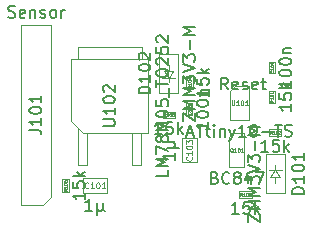
<source format=gbr>
%TF.GenerationSoftware,KiCad,Pcbnew,6.0.11+dfsg-1~bpo11+1*%
%TF.CreationDate,2023-05-06T05:54:02+00:00*%
%TF.ProjectId,huibike,68756962-696b-4652-9e6b-696361645f70,rev?*%
%TF.SameCoordinates,Original*%
%TF.FileFunction,AssemblyDrawing,Top*%
%FSLAX46Y46*%
G04 Gerber Fmt 4.6, Leading zero omitted, Abs format (unit mm)*
G04 Created by KiCad (PCBNEW 6.0.11+dfsg-1~bpo11+1) date 2023-05-06 05:54:02*
%MOMM*%
%LPD*%
G01*
G04 APERTURE LIST*
%ADD10C,0.150000*%
%ADD11C,0.040000*%
%ADD12C,0.050000*%
%ADD13C,0.080000*%
%ADD14C,0.060000*%
%ADD15C,0.100000*%
G04 APERTURE END LIST*
D10*
%TO.C,C104*%
X105612380Y-55119047D02*
X105612380Y-55690476D01*
X105612380Y-55404761D02*
X104612380Y-55404761D01*
X104755238Y-55500000D01*
X104850476Y-55595238D01*
X104898095Y-55690476D01*
X104612380Y-54500000D02*
X104612380Y-54404761D01*
X104660000Y-54309523D01*
X104707619Y-54261904D01*
X104802857Y-54214285D01*
X104993333Y-54166666D01*
X105231428Y-54166666D01*
X105421904Y-54214285D01*
X105517142Y-54261904D01*
X105564761Y-54309523D01*
X105612380Y-54404761D01*
X105612380Y-54500000D01*
X105564761Y-54595238D01*
X105517142Y-54642857D01*
X105421904Y-54690476D01*
X105231428Y-54738095D01*
X104993333Y-54738095D01*
X104802857Y-54690476D01*
X104707619Y-54642857D01*
X104660000Y-54595238D01*
X104612380Y-54500000D01*
X104612380Y-53547619D02*
X104612380Y-53452380D01*
X104660000Y-53357142D01*
X104707619Y-53309523D01*
X104802857Y-53261904D01*
X104993333Y-53214285D01*
X105231428Y-53214285D01*
X105421904Y-53261904D01*
X105517142Y-53309523D01*
X105564761Y-53357142D01*
X105612380Y-53452380D01*
X105612380Y-53547619D01*
X105564761Y-53642857D01*
X105517142Y-53690476D01*
X105421904Y-53738095D01*
X105231428Y-53785714D01*
X104993333Y-53785714D01*
X104802857Y-53738095D01*
X104707619Y-53690476D01*
X104660000Y-53642857D01*
X104612380Y-53547619D01*
X104945714Y-52785714D02*
X105612380Y-52785714D01*
X105040952Y-52785714D02*
X104993333Y-52738095D01*
X104945714Y-52642857D01*
X104945714Y-52500000D01*
X104993333Y-52404761D01*
X105088571Y-52357142D01*
X105612380Y-52357142D01*
D11*
X104089285Y-54279761D02*
X104101190Y-54291666D01*
X104113095Y-54327380D01*
X104113095Y-54351190D01*
X104101190Y-54386904D01*
X104077380Y-54410714D01*
X104053571Y-54422619D01*
X104005952Y-54434523D01*
X103970238Y-54434523D01*
X103922619Y-54422619D01*
X103898809Y-54410714D01*
X103875000Y-54386904D01*
X103863095Y-54351190D01*
X103863095Y-54327380D01*
X103875000Y-54291666D01*
X103886904Y-54279761D01*
X104113095Y-54041666D02*
X104113095Y-54184523D01*
X104113095Y-54113095D02*
X103863095Y-54113095D01*
X103898809Y-54136904D01*
X103922619Y-54160714D01*
X103934523Y-54184523D01*
X103863095Y-53886904D02*
X103863095Y-53863095D01*
X103875000Y-53839285D01*
X103886904Y-53827380D01*
X103910714Y-53815476D01*
X103958333Y-53803571D01*
X104017857Y-53803571D01*
X104065476Y-53815476D01*
X104089285Y-53827380D01*
X104101190Y-53839285D01*
X104113095Y-53863095D01*
X104113095Y-53886904D01*
X104101190Y-53910714D01*
X104089285Y-53922619D01*
X104065476Y-53934523D01*
X104017857Y-53946428D01*
X103958333Y-53946428D01*
X103910714Y-53934523D01*
X103886904Y-53922619D01*
X103875000Y-53910714D01*
X103863095Y-53886904D01*
X103946428Y-53589285D02*
X104113095Y-53589285D01*
X103851190Y-53648809D02*
X104029761Y-53708333D01*
X104029761Y-53553571D01*
D10*
%TO.C,Q101*%
X99142857Y-63328571D02*
X99285714Y-63376190D01*
X99333333Y-63423809D01*
X99380952Y-63519047D01*
X99380952Y-63661904D01*
X99333333Y-63757142D01*
X99285714Y-63804761D01*
X99190476Y-63852380D01*
X98809523Y-63852380D01*
X98809523Y-62852380D01*
X99142857Y-62852380D01*
X99238095Y-62900000D01*
X99285714Y-62947619D01*
X99333333Y-63042857D01*
X99333333Y-63138095D01*
X99285714Y-63233333D01*
X99238095Y-63280952D01*
X99142857Y-63328571D01*
X98809523Y-63328571D01*
X100380952Y-63757142D02*
X100333333Y-63804761D01*
X100190476Y-63852380D01*
X100095238Y-63852380D01*
X99952380Y-63804761D01*
X99857142Y-63709523D01*
X99809523Y-63614285D01*
X99761904Y-63423809D01*
X99761904Y-63280952D01*
X99809523Y-63090476D01*
X99857142Y-62995238D01*
X99952380Y-62900000D01*
X100095238Y-62852380D01*
X100190476Y-62852380D01*
X100333333Y-62900000D01*
X100380952Y-62947619D01*
X100952380Y-63280952D02*
X100857142Y-63233333D01*
X100809523Y-63185714D01*
X100761904Y-63090476D01*
X100761904Y-63042857D01*
X100809523Y-62947619D01*
X100857142Y-62900000D01*
X100952380Y-62852380D01*
X101142857Y-62852380D01*
X101238095Y-62900000D01*
X101285714Y-62947619D01*
X101333333Y-63042857D01*
X101333333Y-63090476D01*
X101285714Y-63185714D01*
X101238095Y-63233333D01*
X101142857Y-63280952D01*
X100952380Y-63280952D01*
X100857142Y-63328571D01*
X100809523Y-63376190D01*
X100761904Y-63471428D01*
X100761904Y-63661904D01*
X100809523Y-63757142D01*
X100857142Y-63804761D01*
X100952380Y-63852380D01*
X101142857Y-63852380D01*
X101238095Y-63804761D01*
X101285714Y-63757142D01*
X101333333Y-63661904D01*
X101333333Y-63471428D01*
X101285714Y-63376190D01*
X101238095Y-63328571D01*
X101142857Y-63280952D01*
X102190476Y-63185714D02*
X102190476Y-63852380D01*
X101952380Y-62804761D02*
X101714285Y-63519047D01*
X102333333Y-63519047D01*
X102619047Y-62852380D02*
X103285714Y-62852380D01*
X102857142Y-63852380D01*
D12*
X100664761Y-61175238D02*
X100634285Y-61160000D01*
X100603809Y-61129523D01*
X100558095Y-61083809D01*
X100527619Y-61068571D01*
X100497142Y-61068571D01*
X100512380Y-61144761D02*
X100481904Y-61129523D01*
X100451428Y-61099047D01*
X100436190Y-61038095D01*
X100436190Y-60931428D01*
X100451428Y-60870476D01*
X100481904Y-60840000D01*
X100512380Y-60824761D01*
X100573333Y-60824761D01*
X100603809Y-60840000D01*
X100634285Y-60870476D01*
X100649523Y-60931428D01*
X100649523Y-61038095D01*
X100634285Y-61099047D01*
X100603809Y-61129523D01*
X100573333Y-61144761D01*
X100512380Y-61144761D01*
X100954285Y-61144761D02*
X100771428Y-61144761D01*
X100862857Y-61144761D02*
X100862857Y-60824761D01*
X100832380Y-60870476D01*
X100801904Y-60900952D01*
X100771428Y-60916190D01*
X101152380Y-60824761D02*
X101182857Y-60824761D01*
X101213333Y-60840000D01*
X101228571Y-60855238D01*
X101243809Y-60885714D01*
X101259047Y-60946666D01*
X101259047Y-61022857D01*
X101243809Y-61083809D01*
X101228571Y-61114285D01*
X101213333Y-61129523D01*
X101182857Y-61144761D01*
X101152380Y-61144761D01*
X101121904Y-61129523D01*
X101106666Y-61114285D01*
X101091428Y-61083809D01*
X101076190Y-61022857D01*
X101076190Y-60946666D01*
X101091428Y-60885714D01*
X101106666Y-60855238D01*
X101121904Y-60840000D01*
X101152380Y-60824761D01*
X101563809Y-61144761D02*
X101380952Y-61144761D01*
X101472380Y-61144761D02*
X101472380Y-60824761D01*
X101441904Y-60870476D01*
X101411428Y-60900952D01*
X101380952Y-60916190D01*
D10*
%TO.C,JP101*%
X100261904Y-55852380D02*
X99928571Y-55376190D01*
X99690476Y-55852380D02*
X99690476Y-54852380D01*
X100071428Y-54852380D01*
X100166666Y-54900000D01*
X100214285Y-54947619D01*
X100261904Y-55042857D01*
X100261904Y-55185714D01*
X100214285Y-55280952D01*
X100166666Y-55328571D01*
X100071428Y-55376190D01*
X99690476Y-55376190D01*
X101071428Y-55804761D02*
X100976190Y-55852380D01*
X100785714Y-55852380D01*
X100690476Y-55804761D01*
X100642857Y-55709523D01*
X100642857Y-55328571D01*
X100690476Y-55233333D01*
X100785714Y-55185714D01*
X100976190Y-55185714D01*
X101071428Y-55233333D01*
X101119047Y-55328571D01*
X101119047Y-55423809D01*
X100642857Y-55519047D01*
X101500000Y-55804761D02*
X101595238Y-55852380D01*
X101785714Y-55852380D01*
X101880952Y-55804761D01*
X101928571Y-55709523D01*
X101928571Y-55661904D01*
X101880952Y-55566666D01*
X101785714Y-55519047D01*
X101642857Y-55519047D01*
X101547619Y-55471428D01*
X101500000Y-55376190D01*
X101500000Y-55328571D01*
X101547619Y-55233333D01*
X101642857Y-55185714D01*
X101785714Y-55185714D01*
X101880952Y-55233333D01*
X102738095Y-55804761D02*
X102642857Y-55852380D01*
X102452380Y-55852380D01*
X102357142Y-55804761D01*
X102309523Y-55709523D01*
X102309523Y-55328571D01*
X102357142Y-55233333D01*
X102452380Y-55185714D01*
X102642857Y-55185714D01*
X102738095Y-55233333D01*
X102785714Y-55328571D01*
X102785714Y-55423809D01*
X102309523Y-55519047D01*
X103071428Y-55185714D02*
X103452380Y-55185714D01*
X103214285Y-54852380D02*
X103214285Y-55709523D01*
X103261904Y-55804761D01*
X103357142Y-55852380D01*
X103452380Y-55852380D01*
%TO.C,C101*%
X88761904Y-66132380D02*
X88190476Y-66132380D01*
X88476190Y-66132380D02*
X88476190Y-65132380D01*
X88380952Y-65275238D01*
X88285714Y-65370476D01*
X88190476Y-65418095D01*
X89190476Y-65465714D02*
X89190476Y-66465714D01*
X89666666Y-65989523D02*
X89714285Y-66084761D01*
X89809523Y-66132380D01*
X89190476Y-65989523D02*
X89238095Y-66084761D01*
X89333333Y-66132380D01*
X89523809Y-66132380D01*
X89619047Y-66084761D01*
X89666666Y-65989523D01*
X89666666Y-65465714D01*
D13*
X88440476Y-64178571D02*
X88416666Y-64202380D01*
X88345238Y-64226190D01*
X88297619Y-64226190D01*
X88226190Y-64202380D01*
X88178571Y-64154761D01*
X88154761Y-64107142D01*
X88130952Y-64011904D01*
X88130952Y-63940476D01*
X88154761Y-63845238D01*
X88178571Y-63797619D01*
X88226190Y-63750000D01*
X88297619Y-63726190D01*
X88345238Y-63726190D01*
X88416666Y-63750000D01*
X88440476Y-63773809D01*
X88916666Y-64226190D02*
X88630952Y-64226190D01*
X88773809Y-64226190D02*
X88773809Y-63726190D01*
X88726190Y-63797619D01*
X88678571Y-63845238D01*
X88630952Y-63869047D01*
X89226190Y-63726190D02*
X89273809Y-63726190D01*
X89321428Y-63750000D01*
X89345238Y-63773809D01*
X89369047Y-63821428D01*
X89392857Y-63916666D01*
X89392857Y-64035714D01*
X89369047Y-64130952D01*
X89345238Y-64178571D01*
X89321428Y-64202380D01*
X89273809Y-64226190D01*
X89226190Y-64226190D01*
X89178571Y-64202380D01*
X89154761Y-64178571D01*
X89130952Y-64130952D01*
X89107142Y-64035714D01*
X89107142Y-63916666D01*
X89130952Y-63821428D01*
X89154761Y-63773809D01*
X89178571Y-63750000D01*
X89226190Y-63726190D01*
X89869047Y-64226190D02*
X89583333Y-64226190D01*
X89726190Y-64226190D02*
X89726190Y-63726190D01*
X89678571Y-63797619D01*
X89630952Y-63845238D01*
X89583333Y-63869047D01*
D10*
%TO.C,R105*%
X94654761Y-59622380D02*
X94083333Y-59622380D01*
X94369047Y-59622380D02*
X94369047Y-58622380D01*
X94273809Y-58765238D01*
X94178571Y-58860476D01*
X94083333Y-58908095D01*
X95559523Y-58622380D02*
X95083333Y-58622380D01*
X95035714Y-59098571D01*
X95083333Y-59050952D01*
X95178571Y-59003333D01*
X95416666Y-59003333D01*
X95511904Y-59050952D01*
X95559523Y-59098571D01*
X95607142Y-59193809D01*
X95607142Y-59431904D01*
X95559523Y-59527142D01*
X95511904Y-59574761D01*
X95416666Y-59622380D01*
X95178571Y-59622380D01*
X95083333Y-59574761D01*
X95035714Y-59527142D01*
X96035714Y-59622380D02*
X96035714Y-58622380D01*
X96130952Y-59241428D02*
X96416666Y-59622380D01*
X96416666Y-58955714D02*
X96035714Y-59336666D01*
D11*
X94959047Y-58117619D02*
X94872380Y-57993809D01*
X94810476Y-58117619D02*
X94810476Y-57857619D01*
X94909523Y-57857619D01*
X94934285Y-57870000D01*
X94946666Y-57882380D01*
X94959047Y-57907142D01*
X94959047Y-57944285D01*
X94946666Y-57969047D01*
X94934285Y-57981428D01*
X94909523Y-57993809D01*
X94810476Y-57993809D01*
X95206666Y-58117619D02*
X95058095Y-58117619D01*
X95132380Y-58117619D02*
X95132380Y-57857619D01*
X95107619Y-57894761D01*
X95082857Y-57919523D01*
X95058095Y-57931904D01*
X95367619Y-57857619D02*
X95392380Y-57857619D01*
X95417142Y-57870000D01*
X95429523Y-57882380D01*
X95441904Y-57907142D01*
X95454285Y-57956666D01*
X95454285Y-58018571D01*
X95441904Y-58068095D01*
X95429523Y-58092857D01*
X95417142Y-58105238D01*
X95392380Y-58117619D01*
X95367619Y-58117619D01*
X95342857Y-58105238D01*
X95330476Y-58092857D01*
X95318095Y-58068095D01*
X95305714Y-58018571D01*
X95305714Y-57956666D01*
X95318095Y-57907142D01*
X95330476Y-57882380D01*
X95342857Y-57870000D01*
X95367619Y-57857619D01*
X95689523Y-57857619D02*
X95565714Y-57857619D01*
X95553333Y-57981428D01*
X95565714Y-57969047D01*
X95590476Y-57956666D01*
X95652380Y-57956666D01*
X95677142Y-57969047D01*
X95689523Y-57981428D01*
X95701904Y-58006190D01*
X95701904Y-58068095D01*
X95689523Y-58092857D01*
X95677142Y-58105238D01*
X95652380Y-58117619D01*
X95590476Y-58117619D01*
X95565714Y-58105238D01*
X95553333Y-58092857D01*
D10*
%TO.C,J101*%
X81666666Y-49724761D02*
X81809523Y-49772380D01*
X82047619Y-49772380D01*
X82142857Y-49724761D01*
X82190476Y-49677142D01*
X82238095Y-49581904D01*
X82238095Y-49486666D01*
X82190476Y-49391428D01*
X82142857Y-49343809D01*
X82047619Y-49296190D01*
X81857142Y-49248571D01*
X81761904Y-49200952D01*
X81714285Y-49153333D01*
X81666666Y-49058095D01*
X81666666Y-48962857D01*
X81714285Y-48867619D01*
X81761904Y-48820000D01*
X81857142Y-48772380D01*
X82095238Y-48772380D01*
X82238095Y-48820000D01*
X83047619Y-49724761D02*
X82952380Y-49772380D01*
X82761904Y-49772380D01*
X82666666Y-49724761D01*
X82619047Y-49629523D01*
X82619047Y-49248571D01*
X82666666Y-49153333D01*
X82761904Y-49105714D01*
X82952380Y-49105714D01*
X83047619Y-49153333D01*
X83095238Y-49248571D01*
X83095238Y-49343809D01*
X82619047Y-49439047D01*
X83523809Y-49105714D02*
X83523809Y-49772380D01*
X83523809Y-49200952D02*
X83571428Y-49153333D01*
X83666666Y-49105714D01*
X83809523Y-49105714D01*
X83904761Y-49153333D01*
X83952380Y-49248571D01*
X83952380Y-49772380D01*
X84380952Y-49724761D02*
X84476190Y-49772380D01*
X84666666Y-49772380D01*
X84761904Y-49724761D01*
X84809523Y-49629523D01*
X84809523Y-49581904D01*
X84761904Y-49486666D01*
X84666666Y-49439047D01*
X84523809Y-49439047D01*
X84428571Y-49391428D01*
X84380952Y-49296190D01*
X84380952Y-49248571D01*
X84428571Y-49153333D01*
X84523809Y-49105714D01*
X84666666Y-49105714D01*
X84761904Y-49153333D01*
X85380952Y-49772380D02*
X85285714Y-49724761D01*
X85238095Y-49677142D01*
X85190476Y-49581904D01*
X85190476Y-49296190D01*
X85238095Y-49200952D01*
X85285714Y-49153333D01*
X85380952Y-49105714D01*
X85523809Y-49105714D01*
X85619047Y-49153333D01*
X85666666Y-49200952D01*
X85714285Y-49296190D01*
X85714285Y-49581904D01*
X85666666Y-49677142D01*
X85619047Y-49724761D01*
X85523809Y-49772380D01*
X85380952Y-49772380D01*
X86142857Y-49772380D02*
X86142857Y-49105714D01*
X86142857Y-49296190D02*
X86190476Y-49200952D01*
X86238095Y-49153333D01*
X86333333Y-49105714D01*
X86428571Y-49105714D01*
X83452380Y-59285714D02*
X84166666Y-59285714D01*
X84309523Y-59333333D01*
X84404761Y-59428571D01*
X84452380Y-59571428D01*
X84452380Y-59666666D01*
X84452380Y-58285714D02*
X84452380Y-58857142D01*
X84452380Y-58571428D02*
X83452380Y-58571428D01*
X83595238Y-58666666D01*
X83690476Y-58761904D01*
X83738095Y-58857142D01*
X83452380Y-57666666D02*
X83452380Y-57571428D01*
X83500000Y-57476190D01*
X83547619Y-57428571D01*
X83642857Y-57380952D01*
X83833333Y-57333333D01*
X84071428Y-57333333D01*
X84261904Y-57380952D01*
X84357142Y-57428571D01*
X84404761Y-57476190D01*
X84452380Y-57571428D01*
X84452380Y-57666666D01*
X84404761Y-57761904D01*
X84357142Y-57809523D01*
X84261904Y-57857142D01*
X84071428Y-57904761D01*
X83833333Y-57904761D01*
X83642857Y-57857142D01*
X83547619Y-57809523D01*
X83500000Y-57761904D01*
X83452380Y-57666666D01*
X84452380Y-56380952D02*
X84452380Y-56952380D01*
X84452380Y-56666666D02*
X83452380Y-56666666D01*
X83595238Y-56761904D01*
X83690476Y-56857142D01*
X83738095Y-56952380D01*
%TO.C,R101*%
X105622380Y-57085238D02*
X105622380Y-57656666D01*
X105622380Y-57370952D02*
X104622380Y-57370952D01*
X104765238Y-57466190D01*
X104860476Y-57561428D01*
X104908095Y-57656666D01*
X104622380Y-56180476D02*
X104622380Y-56656666D01*
X105098571Y-56704285D01*
X105050952Y-56656666D01*
X105003333Y-56561428D01*
X105003333Y-56323333D01*
X105050952Y-56228095D01*
X105098571Y-56180476D01*
X105193809Y-56132857D01*
X105431904Y-56132857D01*
X105527142Y-56180476D01*
X105574761Y-56228095D01*
X105622380Y-56323333D01*
X105622380Y-56561428D01*
X105574761Y-56656666D01*
X105527142Y-56704285D01*
X105622380Y-55704285D02*
X104622380Y-55704285D01*
X105241428Y-55609047D02*
X105622380Y-55323333D01*
X104955714Y-55323333D02*
X105336666Y-55704285D01*
D11*
X104117619Y-56780952D02*
X103993809Y-56867619D01*
X104117619Y-56929523D02*
X103857619Y-56929523D01*
X103857619Y-56830476D01*
X103870000Y-56805714D01*
X103882380Y-56793333D01*
X103907142Y-56780952D01*
X103944285Y-56780952D01*
X103969047Y-56793333D01*
X103981428Y-56805714D01*
X103993809Y-56830476D01*
X103993809Y-56929523D01*
X104117619Y-56533333D02*
X104117619Y-56681904D01*
X104117619Y-56607619D02*
X103857619Y-56607619D01*
X103894761Y-56632380D01*
X103919523Y-56657142D01*
X103931904Y-56681904D01*
X103857619Y-56372380D02*
X103857619Y-56347619D01*
X103870000Y-56322857D01*
X103882380Y-56310476D01*
X103907142Y-56298095D01*
X103956666Y-56285714D01*
X104018571Y-56285714D01*
X104068095Y-56298095D01*
X104092857Y-56310476D01*
X104105238Y-56322857D01*
X104117619Y-56347619D01*
X104117619Y-56372380D01*
X104105238Y-56397142D01*
X104092857Y-56409523D01*
X104068095Y-56421904D01*
X104018571Y-56434285D01*
X103956666Y-56434285D01*
X103907142Y-56421904D01*
X103882380Y-56409523D01*
X103870000Y-56397142D01*
X103857619Y-56372380D01*
X104117619Y-56038095D02*
X104117619Y-56186666D01*
X104117619Y-56112380D02*
X103857619Y-56112380D01*
X103894761Y-56137142D01*
X103919523Y-56161904D01*
X103931904Y-56186666D01*
D10*
%TO.C,R102*%
X103654761Y-61122380D02*
X103083333Y-61122380D01*
X103369047Y-61122380D02*
X103369047Y-60122380D01*
X103273809Y-60265238D01*
X103178571Y-60360476D01*
X103083333Y-60408095D01*
X104559523Y-60122380D02*
X104083333Y-60122380D01*
X104035714Y-60598571D01*
X104083333Y-60550952D01*
X104178571Y-60503333D01*
X104416666Y-60503333D01*
X104511904Y-60550952D01*
X104559523Y-60598571D01*
X104607142Y-60693809D01*
X104607142Y-60931904D01*
X104559523Y-61027142D01*
X104511904Y-61074761D01*
X104416666Y-61122380D01*
X104178571Y-61122380D01*
X104083333Y-61074761D01*
X104035714Y-61027142D01*
X105035714Y-61122380D02*
X105035714Y-60122380D01*
X105130952Y-60741428D02*
X105416666Y-61122380D01*
X105416666Y-60455714D02*
X105035714Y-60836666D01*
D11*
X103959047Y-59617619D02*
X103872380Y-59493809D01*
X103810476Y-59617619D02*
X103810476Y-59357619D01*
X103909523Y-59357619D01*
X103934285Y-59370000D01*
X103946666Y-59382380D01*
X103959047Y-59407142D01*
X103959047Y-59444285D01*
X103946666Y-59469047D01*
X103934285Y-59481428D01*
X103909523Y-59493809D01*
X103810476Y-59493809D01*
X104206666Y-59617619D02*
X104058095Y-59617619D01*
X104132380Y-59617619D02*
X104132380Y-59357619D01*
X104107619Y-59394761D01*
X104082857Y-59419523D01*
X104058095Y-59431904D01*
X104367619Y-59357619D02*
X104392380Y-59357619D01*
X104417142Y-59370000D01*
X104429523Y-59382380D01*
X104441904Y-59407142D01*
X104454285Y-59456666D01*
X104454285Y-59518571D01*
X104441904Y-59568095D01*
X104429523Y-59592857D01*
X104417142Y-59605238D01*
X104392380Y-59617619D01*
X104367619Y-59617619D01*
X104342857Y-59605238D01*
X104330476Y-59592857D01*
X104318095Y-59568095D01*
X104305714Y-59518571D01*
X104305714Y-59456666D01*
X104318095Y-59407142D01*
X104330476Y-59382380D01*
X104342857Y-59370000D01*
X104367619Y-59357619D01*
X104553333Y-59382380D02*
X104565714Y-59370000D01*
X104590476Y-59357619D01*
X104652380Y-59357619D01*
X104677142Y-59370000D01*
X104689523Y-59382380D01*
X104701904Y-59407142D01*
X104701904Y-59431904D01*
X104689523Y-59469047D01*
X104540952Y-59617619D01*
X104701904Y-59617619D01*
D10*
%TO.C,D101*%
X101952380Y-67047619D02*
X101952380Y-66380952D01*
X102952380Y-67047619D01*
X102952380Y-66380952D01*
X102952380Y-66000000D02*
X101952380Y-66000000D01*
X102666666Y-65666666D01*
X101952380Y-65333333D01*
X102952380Y-65333333D01*
X102952380Y-64857142D02*
X101952380Y-64857142D01*
X102666666Y-64523809D01*
X101952380Y-64190476D01*
X102952380Y-64190476D01*
X101952380Y-63809523D02*
X101952380Y-63190476D01*
X102333333Y-63523809D01*
X102333333Y-63380952D01*
X102380952Y-63285714D01*
X102428571Y-63238095D01*
X102523809Y-63190476D01*
X102761904Y-63190476D01*
X102857142Y-63238095D01*
X102904761Y-63285714D01*
X102952380Y-63380952D01*
X102952380Y-63666666D01*
X102904761Y-63761904D01*
X102857142Y-63809523D01*
X101952380Y-62904761D02*
X102952380Y-62571428D01*
X101952380Y-62238095D01*
X101952380Y-62000000D02*
X101952380Y-61380952D01*
X102333333Y-61714285D01*
X102333333Y-61571428D01*
X102380952Y-61476190D01*
X102428571Y-61428571D01*
X102523809Y-61380952D01*
X102761904Y-61380952D01*
X102857142Y-61428571D01*
X102904761Y-61476190D01*
X102952380Y-61571428D01*
X102952380Y-61857142D01*
X102904761Y-61952380D01*
X102857142Y-62000000D01*
X102571428Y-60952380D02*
X102571428Y-60190476D01*
X102952380Y-59714285D02*
X101952380Y-59714285D01*
X102666666Y-59380952D01*
X101952380Y-59047619D01*
X102952380Y-59047619D01*
X106702380Y-64690476D02*
X105702380Y-64690476D01*
X105702380Y-64452380D01*
X105750000Y-64309523D01*
X105845238Y-64214285D01*
X105940476Y-64166666D01*
X106130952Y-64119047D01*
X106273809Y-64119047D01*
X106464285Y-64166666D01*
X106559523Y-64214285D01*
X106654761Y-64309523D01*
X106702380Y-64452380D01*
X106702380Y-64690476D01*
X106702380Y-63166666D02*
X106702380Y-63738095D01*
X106702380Y-63452380D02*
X105702380Y-63452380D01*
X105845238Y-63547619D01*
X105940476Y-63642857D01*
X105988095Y-63738095D01*
X105702380Y-62547619D02*
X105702380Y-62452380D01*
X105750000Y-62357142D01*
X105797619Y-62309523D01*
X105892857Y-62261904D01*
X106083333Y-62214285D01*
X106321428Y-62214285D01*
X106511904Y-62261904D01*
X106607142Y-62309523D01*
X106654761Y-62357142D01*
X106702380Y-62452380D01*
X106702380Y-62547619D01*
X106654761Y-62642857D01*
X106607142Y-62690476D01*
X106511904Y-62738095D01*
X106321428Y-62785714D01*
X106083333Y-62785714D01*
X105892857Y-62738095D01*
X105797619Y-62690476D01*
X105750000Y-62642857D01*
X105702380Y-62547619D01*
X106702380Y-61261904D02*
X106702380Y-61833333D01*
X106702380Y-61547619D02*
X105702380Y-61547619D01*
X105845238Y-61642857D01*
X105940476Y-61738095D01*
X105988095Y-61833333D01*
%TO.C,D102*%
X96452380Y-58547619D02*
X96452380Y-57880952D01*
X97452380Y-58547619D01*
X97452380Y-57880952D01*
X97452380Y-57500000D02*
X96452380Y-57500000D01*
X97166666Y-57166666D01*
X96452380Y-56833333D01*
X97452380Y-56833333D01*
X97452380Y-56357142D02*
X96452380Y-56357142D01*
X97166666Y-56023809D01*
X96452380Y-55690476D01*
X97452380Y-55690476D01*
X96452380Y-55309523D02*
X96452380Y-54690476D01*
X96833333Y-55023809D01*
X96833333Y-54880952D01*
X96880952Y-54785714D01*
X96928571Y-54738095D01*
X97023809Y-54690476D01*
X97261904Y-54690476D01*
X97357142Y-54738095D01*
X97404761Y-54785714D01*
X97452380Y-54880952D01*
X97452380Y-55166666D01*
X97404761Y-55261904D01*
X97357142Y-55309523D01*
X96452380Y-54404761D02*
X97452380Y-54071428D01*
X96452380Y-53738095D01*
X96452380Y-53500000D02*
X96452380Y-52880952D01*
X96833333Y-53214285D01*
X96833333Y-53071428D01*
X96880952Y-52976190D01*
X96928571Y-52928571D01*
X97023809Y-52880952D01*
X97261904Y-52880952D01*
X97357142Y-52928571D01*
X97404761Y-52976190D01*
X97452380Y-53071428D01*
X97452380Y-53357142D01*
X97404761Y-53452380D01*
X97357142Y-53500000D01*
X97071428Y-52452380D02*
X97071428Y-51690476D01*
X97452380Y-51214285D02*
X96452380Y-51214285D01*
X97166666Y-50880952D01*
X96452380Y-50547619D01*
X97452380Y-50547619D01*
X93702380Y-56190476D02*
X92702380Y-56190476D01*
X92702380Y-55952380D01*
X92750000Y-55809523D01*
X92845238Y-55714285D01*
X92940476Y-55666666D01*
X93130952Y-55619047D01*
X93273809Y-55619047D01*
X93464285Y-55666666D01*
X93559523Y-55714285D01*
X93654761Y-55809523D01*
X93702380Y-55952380D01*
X93702380Y-56190476D01*
X93702380Y-54666666D02*
X93702380Y-55238095D01*
X93702380Y-54952380D02*
X92702380Y-54952380D01*
X92845238Y-55047619D01*
X92940476Y-55142857D01*
X92988095Y-55238095D01*
X92702380Y-54047619D02*
X92702380Y-53952380D01*
X92750000Y-53857142D01*
X92797619Y-53809523D01*
X92892857Y-53761904D01*
X93083333Y-53714285D01*
X93321428Y-53714285D01*
X93511904Y-53761904D01*
X93607142Y-53809523D01*
X93654761Y-53857142D01*
X93702380Y-53952380D01*
X93702380Y-54047619D01*
X93654761Y-54142857D01*
X93607142Y-54190476D01*
X93511904Y-54238095D01*
X93321428Y-54285714D01*
X93083333Y-54285714D01*
X92892857Y-54238095D01*
X92797619Y-54190476D01*
X92750000Y-54142857D01*
X92702380Y-54047619D01*
X92797619Y-53333333D02*
X92750000Y-53285714D01*
X92702380Y-53190476D01*
X92702380Y-52952380D01*
X92750000Y-52857142D01*
X92797619Y-52809523D01*
X92892857Y-52761904D01*
X92988095Y-52761904D01*
X93130952Y-52809523D01*
X93702380Y-53380952D01*
X93702380Y-52761904D01*
%TO.C,C102*%
X98612380Y-58639047D02*
X98612380Y-59210476D01*
X98612380Y-58924761D02*
X97612380Y-58924761D01*
X97755238Y-59020000D01*
X97850476Y-59115238D01*
X97898095Y-59210476D01*
X97612380Y-58020000D02*
X97612380Y-57924761D01*
X97660000Y-57829523D01*
X97707619Y-57781904D01*
X97802857Y-57734285D01*
X97993333Y-57686666D01*
X98231428Y-57686666D01*
X98421904Y-57734285D01*
X98517142Y-57781904D01*
X98564761Y-57829523D01*
X98612380Y-57924761D01*
X98612380Y-58020000D01*
X98564761Y-58115238D01*
X98517142Y-58162857D01*
X98421904Y-58210476D01*
X98231428Y-58258095D01*
X97993333Y-58258095D01*
X97802857Y-58210476D01*
X97707619Y-58162857D01*
X97660000Y-58115238D01*
X97612380Y-58020000D01*
X97612380Y-57067619D02*
X97612380Y-56972380D01*
X97660000Y-56877142D01*
X97707619Y-56829523D01*
X97802857Y-56781904D01*
X97993333Y-56734285D01*
X98231428Y-56734285D01*
X98421904Y-56781904D01*
X98517142Y-56829523D01*
X98564761Y-56877142D01*
X98612380Y-56972380D01*
X98612380Y-57067619D01*
X98564761Y-57162857D01*
X98517142Y-57210476D01*
X98421904Y-57258095D01*
X98231428Y-57305714D01*
X97993333Y-57305714D01*
X97802857Y-57258095D01*
X97707619Y-57210476D01*
X97660000Y-57162857D01*
X97612380Y-57067619D01*
X97945714Y-56305714D02*
X98612380Y-56305714D01*
X98040952Y-56305714D02*
X97993333Y-56258095D01*
X97945714Y-56162857D01*
X97945714Y-56020000D01*
X97993333Y-55924761D01*
X98088571Y-55877142D01*
X98612380Y-55877142D01*
D11*
X97089285Y-57799761D02*
X97101190Y-57811666D01*
X97113095Y-57847380D01*
X97113095Y-57871190D01*
X97101190Y-57906904D01*
X97077380Y-57930714D01*
X97053571Y-57942619D01*
X97005952Y-57954523D01*
X96970238Y-57954523D01*
X96922619Y-57942619D01*
X96898809Y-57930714D01*
X96875000Y-57906904D01*
X96863095Y-57871190D01*
X96863095Y-57847380D01*
X96875000Y-57811666D01*
X96886904Y-57799761D01*
X97113095Y-57561666D02*
X97113095Y-57704523D01*
X97113095Y-57633095D02*
X96863095Y-57633095D01*
X96898809Y-57656904D01*
X96922619Y-57680714D01*
X96934523Y-57704523D01*
X96863095Y-57406904D02*
X96863095Y-57383095D01*
X96875000Y-57359285D01*
X96886904Y-57347380D01*
X96910714Y-57335476D01*
X96958333Y-57323571D01*
X97017857Y-57323571D01*
X97065476Y-57335476D01*
X97089285Y-57347380D01*
X97101190Y-57359285D01*
X97113095Y-57383095D01*
X97113095Y-57406904D01*
X97101190Y-57430714D01*
X97089285Y-57442619D01*
X97065476Y-57454523D01*
X97017857Y-57466428D01*
X96958333Y-57466428D01*
X96910714Y-57454523D01*
X96886904Y-57442619D01*
X96875000Y-57430714D01*
X96863095Y-57406904D01*
X96886904Y-57228333D02*
X96875000Y-57216428D01*
X96863095Y-57192619D01*
X96863095Y-57133095D01*
X96875000Y-57109285D01*
X96886904Y-57097380D01*
X96910714Y-57085476D01*
X96934523Y-57085476D01*
X96970238Y-57097380D01*
X97113095Y-57240238D01*
X97113095Y-57085476D01*
D10*
%TO.C,R104*%
X98622380Y-55845238D02*
X98622380Y-56416666D01*
X98622380Y-56130952D02*
X97622380Y-56130952D01*
X97765238Y-56226190D01*
X97860476Y-56321428D01*
X97908095Y-56416666D01*
X97622380Y-54940476D02*
X97622380Y-55416666D01*
X98098571Y-55464285D01*
X98050952Y-55416666D01*
X98003333Y-55321428D01*
X98003333Y-55083333D01*
X98050952Y-54988095D01*
X98098571Y-54940476D01*
X98193809Y-54892857D01*
X98431904Y-54892857D01*
X98527142Y-54940476D01*
X98574761Y-54988095D01*
X98622380Y-55083333D01*
X98622380Y-55321428D01*
X98574761Y-55416666D01*
X98527142Y-55464285D01*
X98622380Y-54464285D02*
X97622380Y-54464285D01*
X98241428Y-54369047D02*
X98622380Y-54083333D01*
X97955714Y-54083333D02*
X98336666Y-54464285D01*
D11*
X97117619Y-55540952D02*
X96993809Y-55627619D01*
X97117619Y-55689523D02*
X96857619Y-55689523D01*
X96857619Y-55590476D01*
X96870000Y-55565714D01*
X96882380Y-55553333D01*
X96907142Y-55540952D01*
X96944285Y-55540952D01*
X96969047Y-55553333D01*
X96981428Y-55565714D01*
X96993809Y-55590476D01*
X96993809Y-55689523D01*
X97117619Y-55293333D02*
X97117619Y-55441904D01*
X97117619Y-55367619D02*
X96857619Y-55367619D01*
X96894761Y-55392380D01*
X96919523Y-55417142D01*
X96931904Y-55441904D01*
X96857619Y-55132380D02*
X96857619Y-55107619D01*
X96870000Y-55082857D01*
X96882380Y-55070476D01*
X96907142Y-55058095D01*
X96956666Y-55045714D01*
X97018571Y-55045714D01*
X97068095Y-55058095D01*
X97092857Y-55070476D01*
X97105238Y-55082857D01*
X97117619Y-55107619D01*
X97117619Y-55132380D01*
X97105238Y-55157142D01*
X97092857Y-55169523D01*
X97068095Y-55181904D01*
X97018571Y-55194285D01*
X96956666Y-55194285D01*
X96907142Y-55181904D01*
X96882380Y-55169523D01*
X96870000Y-55157142D01*
X96857619Y-55132380D01*
X96944285Y-54822857D02*
X97117619Y-54822857D01*
X96845238Y-54884761D02*
X97030952Y-54946666D01*
X97030952Y-54785714D01*
D10*
%TO.C,U102*%
X95202380Y-62702380D02*
X95202380Y-63178571D01*
X94202380Y-63178571D01*
X95202380Y-62369047D02*
X94202380Y-62369047D01*
X94916666Y-62035714D01*
X94202380Y-61702380D01*
X95202380Y-61702380D01*
X94202380Y-61321428D02*
X94202380Y-60654761D01*
X95202380Y-61083333D01*
X94630952Y-60130952D02*
X94583333Y-60226190D01*
X94535714Y-60273809D01*
X94440476Y-60321428D01*
X94392857Y-60321428D01*
X94297619Y-60273809D01*
X94250000Y-60226190D01*
X94202380Y-60130952D01*
X94202380Y-59940476D01*
X94250000Y-59845238D01*
X94297619Y-59797619D01*
X94392857Y-59750000D01*
X94440476Y-59750000D01*
X94535714Y-59797619D01*
X94583333Y-59845238D01*
X94630952Y-59940476D01*
X94630952Y-60130952D01*
X94678571Y-60226190D01*
X94726190Y-60273809D01*
X94821428Y-60321428D01*
X95011904Y-60321428D01*
X95107142Y-60273809D01*
X95154761Y-60226190D01*
X95202380Y-60130952D01*
X95202380Y-59940476D01*
X95154761Y-59845238D01*
X95107142Y-59797619D01*
X95011904Y-59750000D01*
X94821428Y-59750000D01*
X94726190Y-59797619D01*
X94678571Y-59845238D01*
X94630952Y-59940476D01*
X95202380Y-59321428D02*
X94202380Y-59321428D01*
X94916666Y-58988095D01*
X94202380Y-58654761D01*
X95202380Y-58654761D01*
X94202380Y-57988095D02*
X94202380Y-57892857D01*
X94250000Y-57797619D01*
X94297619Y-57750000D01*
X94392857Y-57702380D01*
X94583333Y-57654761D01*
X94821428Y-57654761D01*
X95011904Y-57702380D01*
X95107142Y-57750000D01*
X95154761Y-57797619D01*
X95202380Y-57892857D01*
X95202380Y-57988095D01*
X95154761Y-58083333D01*
X95107142Y-58130952D01*
X95011904Y-58178571D01*
X94821428Y-58226190D01*
X94583333Y-58226190D01*
X94392857Y-58178571D01*
X94297619Y-58130952D01*
X94250000Y-58083333D01*
X94202380Y-57988095D01*
X94202380Y-56750000D02*
X94202380Y-57226190D01*
X94678571Y-57273809D01*
X94630952Y-57226190D01*
X94583333Y-57130952D01*
X94583333Y-56892857D01*
X94630952Y-56797619D01*
X94678571Y-56750000D01*
X94773809Y-56702380D01*
X95011904Y-56702380D01*
X95107142Y-56750000D01*
X95154761Y-56797619D01*
X95202380Y-56892857D01*
X95202380Y-57130952D01*
X95154761Y-57226190D01*
X95107142Y-57273809D01*
X95297619Y-56511904D02*
X95297619Y-55750000D01*
X94202380Y-55654761D02*
X94202380Y-55083333D01*
X95202380Y-55369047D02*
X94202380Y-55369047D01*
X94202380Y-54559523D02*
X94202380Y-54369047D01*
X94250000Y-54273809D01*
X94345238Y-54178571D01*
X94535714Y-54130952D01*
X94869047Y-54130952D01*
X95059523Y-54178571D01*
X95154761Y-54273809D01*
X95202380Y-54369047D01*
X95202380Y-54559523D01*
X95154761Y-54654761D01*
X95059523Y-54750000D01*
X94869047Y-54797619D01*
X94535714Y-54797619D01*
X94345238Y-54750000D01*
X94250000Y-54654761D01*
X94202380Y-54559523D01*
X94297619Y-53750000D02*
X94250000Y-53702380D01*
X94202380Y-53607142D01*
X94202380Y-53369047D01*
X94250000Y-53273809D01*
X94297619Y-53226190D01*
X94392857Y-53178571D01*
X94488095Y-53178571D01*
X94630952Y-53226190D01*
X95202380Y-53797619D01*
X95202380Y-53178571D01*
X94202380Y-52273809D02*
X94202380Y-52750000D01*
X94678571Y-52797619D01*
X94630952Y-52750000D01*
X94583333Y-52654761D01*
X94583333Y-52416666D01*
X94630952Y-52321428D01*
X94678571Y-52273809D01*
X94773809Y-52226190D01*
X95011904Y-52226190D01*
X95107142Y-52273809D01*
X95154761Y-52321428D01*
X95202380Y-52416666D01*
X95202380Y-52654761D01*
X95154761Y-52750000D01*
X95107142Y-52797619D01*
X94297619Y-51845238D02*
X94250000Y-51797619D01*
X94202380Y-51702380D01*
X94202380Y-51464285D01*
X94250000Y-51369047D01*
X94297619Y-51321428D01*
X94392857Y-51273809D01*
X94488095Y-51273809D01*
X94630952Y-51321428D01*
X95202380Y-51892857D01*
X95202380Y-51273809D01*
X89702380Y-58964285D02*
X90511904Y-58964285D01*
X90607142Y-58916666D01*
X90654761Y-58869047D01*
X90702380Y-58773809D01*
X90702380Y-58583333D01*
X90654761Y-58488095D01*
X90607142Y-58440476D01*
X90511904Y-58392857D01*
X89702380Y-58392857D01*
X90702380Y-57392857D02*
X90702380Y-57964285D01*
X90702380Y-57678571D02*
X89702380Y-57678571D01*
X89845238Y-57773809D01*
X89940476Y-57869047D01*
X89988095Y-57964285D01*
X89702380Y-56773809D02*
X89702380Y-56678571D01*
X89750000Y-56583333D01*
X89797619Y-56535714D01*
X89892857Y-56488095D01*
X90083333Y-56440476D01*
X90321428Y-56440476D01*
X90511904Y-56488095D01*
X90607142Y-56535714D01*
X90654761Y-56583333D01*
X90702380Y-56678571D01*
X90702380Y-56773809D01*
X90654761Y-56869047D01*
X90607142Y-56916666D01*
X90511904Y-56964285D01*
X90321428Y-57011904D01*
X90083333Y-57011904D01*
X89892857Y-56964285D01*
X89797619Y-56916666D01*
X89750000Y-56869047D01*
X89702380Y-56773809D01*
X89797619Y-56059523D02*
X89750000Y-56011904D01*
X89702380Y-55916666D01*
X89702380Y-55678571D01*
X89750000Y-55583333D01*
X89797619Y-55535714D01*
X89892857Y-55488095D01*
X89988095Y-55488095D01*
X90130952Y-55535714D01*
X90702380Y-56107142D01*
X90702380Y-55488095D01*
%TO.C,R106*%
X88122380Y-64595238D02*
X88122380Y-65166666D01*
X88122380Y-64880952D02*
X87122380Y-64880952D01*
X87265238Y-64976190D01*
X87360476Y-65071428D01*
X87408095Y-65166666D01*
X87122380Y-63690476D02*
X87122380Y-64166666D01*
X87598571Y-64214285D01*
X87550952Y-64166666D01*
X87503333Y-64071428D01*
X87503333Y-63833333D01*
X87550952Y-63738095D01*
X87598571Y-63690476D01*
X87693809Y-63642857D01*
X87931904Y-63642857D01*
X88027142Y-63690476D01*
X88074761Y-63738095D01*
X88122380Y-63833333D01*
X88122380Y-64071428D01*
X88074761Y-64166666D01*
X88027142Y-64214285D01*
X88122380Y-63214285D02*
X87122380Y-63214285D01*
X87741428Y-63119047D02*
X88122380Y-62833333D01*
X87455714Y-62833333D02*
X87836666Y-63214285D01*
D11*
X86617619Y-64290952D02*
X86493809Y-64377619D01*
X86617619Y-64439523D02*
X86357619Y-64439523D01*
X86357619Y-64340476D01*
X86370000Y-64315714D01*
X86382380Y-64303333D01*
X86407142Y-64290952D01*
X86444285Y-64290952D01*
X86469047Y-64303333D01*
X86481428Y-64315714D01*
X86493809Y-64340476D01*
X86493809Y-64439523D01*
X86617619Y-64043333D02*
X86617619Y-64191904D01*
X86617619Y-64117619D02*
X86357619Y-64117619D01*
X86394761Y-64142380D01*
X86419523Y-64167142D01*
X86431904Y-64191904D01*
X86357619Y-63882380D02*
X86357619Y-63857619D01*
X86370000Y-63832857D01*
X86382380Y-63820476D01*
X86407142Y-63808095D01*
X86456666Y-63795714D01*
X86518571Y-63795714D01*
X86568095Y-63808095D01*
X86592857Y-63820476D01*
X86605238Y-63832857D01*
X86617619Y-63857619D01*
X86617619Y-63882380D01*
X86605238Y-63907142D01*
X86592857Y-63919523D01*
X86568095Y-63931904D01*
X86518571Y-63944285D01*
X86456666Y-63944285D01*
X86407142Y-63931904D01*
X86382380Y-63919523D01*
X86370000Y-63907142D01*
X86357619Y-63882380D01*
X86357619Y-63572857D02*
X86357619Y-63622380D01*
X86370000Y-63647142D01*
X86382380Y-63659523D01*
X86419523Y-63684285D01*
X86469047Y-63696666D01*
X86568095Y-63696666D01*
X86592857Y-63684285D01*
X86605238Y-63671904D01*
X86617619Y-63647142D01*
X86617619Y-63597619D01*
X86605238Y-63572857D01*
X86592857Y-63560476D01*
X86568095Y-63548095D01*
X86506190Y-63548095D01*
X86481428Y-63560476D01*
X86469047Y-63572857D01*
X86456666Y-63597619D01*
X86456666Y-63647142D01*
X86469047Y-63671904D01*
X86481428Y-63684285D01*
X86506190Y-63696666D01*
D10*
%TO.C,U101*%
X96845238Y-59566666D02*
X97321428Y-59566666D01*
X96750000Y-59852380D02*
X97083333Y-58852380D01*
X97416666Y-59852380D01*
X97607142Y-58852380D02*
X98178571Y-58852380D01*
X97892857Y-59852380D02*
X97892857Y-58852380D01*
X98369047Y-59185714D02*
X98750000Y-59185714D01*
X98511904Y-58852380D02*
X98511904Y-59709523D01*
X98559523Y-59804761D01*
X98654761Y-59852380D01*
X98750000Y-59852380D01*
X99083333Y-59852380D02*
X99083333Y-59185714D01*
X99083333Y-58852380D02*
X99035714Y-58900000D01*
X99083333Y-58947619D01*
X99130952Y-58900000D01*
X99083333Y-58852380D01*
X99083333Y-58947619D01*
X99559523Y-59185714D02*
X99559523Y-59852380D01*
X99559523Y-59280952D02*
X99607142Y-59233333D01*
X99702380Y-59185714D01*
X99845238Y-59185714D01*
X99940476Y-59233333D01*
X99988095Y-59328571D01*
X99988095Y-59852380D01*
X100369047Y-59185714D02*
X100607142Y-59852380D01*
X100845238Y-59185714D02*
X100607142Y-59852380D01*
X100511904Y-60090476D01*
X100464285Y-60138095D01*
X100369047Y-60185714D01*
X101750000Y-59852380D02*
X101178571Y-59852380D01*
X101464285Y-59852380D02*
X101464285Y-58852380D01*
X101369047Y-58995238D01*
X101273809Y-59090476D01*
X101178571Y-59138095D01*
X102369047Y-58852380D02*
X102464285Y-58852380D01*
X102559523Y-58900000D01*
X102607142Y-58947619D01*
X102654761Y-59042857D01*
X102702380Y-59233333D01*
X102702380Y-59471428D01*
X102654761Y-59661904D01*
X102607142Y-59757142D01*
X102559523Y-59804761D01*
X102464285Y-59852380D01*
X102369047Y-59852380D01*
X102273809Y-59804761D01*
X102226190Y-59757142D01*
X102178571Y-59661904D01*
X102130952Y-59471428D01*
X102130952Y-59233333D01*
X102178571Y-59042857D01*
X102226190Y-58947619D01*
X102273809Y-58900000D01*
X102369047Y-58852380D01*
X103130952Y-59471428D02*
X103892857Y-59471428D01*
X104226190Y-58852380D02*
X104797619Y-58852380D01*
X104511904Y-59852380D02*
X104511904Y-58852380D01*
X105083333Y-59804761D02*
X105226190Y-59852380D01*
X105464285Y-59852380D01*
X105559523Y-59804761D01*
X105607142Y-59757142D01*
X105654761Y-59661904D01*
X105654761Y-59566666D01*
X105607142Y-59471428D01*
X105559523Y-59423809D01*
X105464285Y-59376190D01*
X105273809Y-59328571D01*
X105178571Y-59280952D01*
X105130952Y-59233333D01*
X105083333Y-59138095D01*
X105083333Y-59042857D01*
X105130952Y-58947619D01*
X105178571Y-58900000D01*
X105273809Y-58852380D01*
X105511904Y-58852380D01*
X105654761Y-58900000D01*
D14*
X100564285Y-56780952D02*
X100564285Y-57104761D01*
X100583333Y-57142857D01*
X100602380Y-57161904D01*
X100640476Y-57180952D01*
X100716666Y-57180952D01*
X100754761Y-57161904D01*
X100773809Y-57142857D01*
X100792857Y-57104761D01*
X100792857Y-56780952D01*
X101192857Y-57180952D02*
X100964285Y-57180952D01*
X101078571Y-57180952D02*
X101078571Y-56780952D01*
X101040476Y-56838095D01*
X101002380Y-56876190D01*
X100964285Y-56895238D01*
X101440476Y-56780952D02*
X101478571Y-56780952D01*
X101516666Y-56800000D01*
X101535714Y-56819047D01*
X101554761Y-56857142D01*
X101573809Y-56933333D01*
X101573809Y-57028571D01*
X101554761Y-57104761D01*
X101535714Y-57142857D01*
X101516666Y-57161904D01*
X101478571Y-57180952D01*
X101440476Y-57180952D01*
X101402380Y-57161904D01*
X101383333Y-57142857D01*
X101364285Y-57104761D01*
X101345238Y-57028571D01*
X101345238Y-56933333D01*
X101364285Y-56857142D01*
X101383333Y-56819047D01*
X101402380Y-56800000D01*
X101440476Y-56780952D01*
X101954761Y-57180952D02*
X101726190Y-57180952D01*
X101840476Y-57180952D02*
X101840476Y-56780952D01*
X101802380Y-56838095D01*
X101764285Y-56876190D01*
X101726190Y-56895238D01*
D10*
%TO.C,R103*%
X101154761Y-66372380D02*
X100583333Y-66372380D01*
X100869047Y-66372380D02*
X100869047Y-65372380D01*
X100773809Y-65515238D01*
X100678571Y-65610476D01*
X100583333Y-65658095D01*
X102059523Y-65372380D02*
X101583333Y-65372380D01*
X101535714Y-65848571D01*
X101583333Y-65800952D01*
X101678571Y-65753333D01*
X101916666Y-65753333D01*
X102011904Y-65800952D01*
X102059523Y-65848571D01*
X102107142Y-65943809D01*
X102107142Y-66181904D01*
X102059523Y-66277142D01*
X102011904Y-66324761D01*
X101916666Y-66372380D01*
X101678571Y-66372380D01*
X101583333Y-66324761D01*
X101535714Y-66277142D01*
X102535714Y-66372380D02*
X102535714Y-65372380D01*
X102630952Y-65991428D02*
X102916666Y-66372380D01*
X102916666Y-65705714D02*
X102535714Y-66086666D01*
D11*
X101459047Y-64867619D02*
X101372380Y-64743809D01*
X101310476Y-64867619D02*
X101310476Y-64607619D01*
X101409523Y-64607619D01*
X101434285Y-64620000D01*
X101446666Y-64632380D01*
X101459047Y-64657142D01*
X101459047Y-64694285D01*
X101446666Y-64719047D01*
X101434285Y-64731428D01*
X101409523Y-64743809D01*
X101310476Y-64743809D01*
X101706666Y-64867619D02*
X101558095Y-64867619D01*
X101632380Y-64867619D02*
X101632380Y-64607619D01*
X101607619Y-64644761D01*
X101582857Y-64669523D01*
X101558095Y-64681904D01*
X101867619Y-64607619D02*
X101892380Y-64607619D01*
X101917142Y-64620000D01*
X101929523Y-64632380D01*
X101941904Y-64657142D01*
X101954285Y-64706666D01*
X101954285Y-64768571D01*
X101941904Y-64818095D01*
X101929523Y-64842857D01*
X101917142Y-64855238D01*
X101892380Y-64867619D01*
X101867619Y-64867619D01*
X101842857Y-64855238D01*
X101830476Y-64842857D01*
X101818095Y-64818095D01*
X101805714Y-64768571D01*
X101805714Y-64706666D01*
X101818095Y-64657142D01*
X101830476Y-64632380D01*
X101842857Y-64620000D01*
X101867619Y-64607619D01*
X102040952Y-64607619D02*
X102201904Y-64607619D01*
X102115238Y-64706666D01*
X102152380Y-64706666D01*
X102177142Y-64719047D01*
X102189523Y-64731428D01*
X102201904Y-64756190D01*
X102201904Y-64818095D01*
X102189523Y-64842857D01*
X102177142Y-64855238D01*
X102152380Y-64867619D01*
X102078095Y-64867619D01*
X102053333Y-64855238D01*
X102040952Y-64842857D01*
D10*
%TO.C,C103*%
X95772380Y-61238095D02*
X95772380Y-61809523D01*
X95772380Y-61523809D02*
X94772380Y-61523809D01*
X94915238Y-61619047D01*
X95010476Y-61714285D01*
X95058095Y-61809523D01*
X95105714Y-60809523D02*
X96105714Y-60809523D01*
X95629523Y-60333333D02*
X95724761Y-60285714D01*
X95772380Y-60190476D01*
X95629523Y-60809523D02*
X95724761Y-60761904D01*
X95772380Y-60666666D01*
X95772380Y-60476190D01*
X95724761Y-60380952D01*
X95629523Y-60333333D01*
X95105714Y-60333333D01*
D13*
X97178571Y-61559523D02*
X97202380Y-61583333D01*
X97226190Y-61654761D01*
X97226190Y-61702380D01*
X97202380Y-61773809D01*
X97154761Y-61821428D01*
X97107142Y-61845238D01*
X97011904Y-61869047D01*
X96940476Y-61869047D01*
X96845238Y-61845238D01*
X96797619Y-61821428D01*
X96750000Y-61773809D01*
X96726190Y-61702380D01*
X96726190Y-61654761D01*
X96750000Y-61583333D01*
X96773809Y-61559523D01*
X97226190Y-61083333D02*
X97226190Y-61369047D01*
X97226190Y-61226190D02*
X96726190Y-61226190D01*
X96797619Y-61273809D01*
X96845238Y-61321428D01*
X96869047Y-61369047D01*
X96726190Y-60773809D02*
X96726190Y-60726190D01*
X96750000Y-60678571D01*
X96773809Y-60654761D01*
X96821428Y-60630952D01*
X96916666Y-60607142D01*
X97035714Y-60607142D01*
X97130952Y-60630952D01*
X97178571Y-60654761D01*
X97202380Y-60678571D01*
X97226190Y-60726190D01*
X97226190Y-60773809D01*
X97202380Y-60821428D01*
X97178571Y-60845238D01*
X97130952Y-60869047D01*
X97035714Y-60892857D01*
X96916666Y-60892857D01*
X96821428Y-60869047D01*
X96773809Y-60845238D01*
X96750000Y-60821428D01*
X96726190Y-60773809D01*
X96726190Y-60440476D02*
X96726190Y-60130952D01*
X96916666Y-60297619D01*
X96916666Y-60226190D01*
X96940476Y-60178571D01*
X96964285Y-60154761D01*
X97011904Y-60130952D01*
X97130952Y-60130952D01*
X97178571Y-60154761D01*
X97202380Y-60178571D01*
X97226190Y-60226190D01*
X97226190Y-60369047D01*
X97202380Y-60416666D01*
X97178571Y-60440476D01*
D15*
%TO.C,C104*%
X103750000Y-54500000D02*
X103750000Y-53500000D01*
X104250000Y-54500000D02*
X103750000Y-54500000D01*
X103750000Y-53500000D02*
X104250000Y-53500000D01*
X104250000Y-53500000D02*
X104250000Y-54500000D01*
%TO.C,Q101*%
X101650000Y-62450000D02*
X100350000Y-62450000D01*
X100350000Y-62450000D02*
X100350000Y-59875000D01*
X101650000Y-59550000D02*
X101650000Y-62450000D01*
X100675000Y-59550000D02*
X101650000Y-59550000D01*
X100350000Y-59875000D02*
X100675000Y-59550000D01*
%TO.C,C101*%
X88000000Y-64625000D02*
X88000000Y-63375000D01*
X90000000Y-64625000D02*
X88000000Y-64625000D01*
X90000000Y-63375000D02*
X90000000Y-64625000D01*
X88000000Y-63375000D02*
X90000000Y-63375000D01*
%TO.C,R105*%
X94725000Y-58270000D02*
X94725000Y-57730000D01*
X94725000Y-57730000D02*
X95775000Y-57730000D01*
X95775000Y-58270000D02*
X94725000Y-58270000D01*
X95775000Y-57730000D02*
X95775000Y-58270000D01*
%TO.C,J101*%
X82730000Y-65620000D02*
X82730000Y-50380000D01*
X82730000Y-50380000D02*
X85270000Y-50380000D01*
X84635000Y-65620000D02*
X82730000Y-65620000D01*
X85270000Y-50380000D02*
X85270000Y-64985000D01*
X85270000Y-64985000D02*
X84635000Y-65620000D01*
%TO.C,R101*%
X103730000Y-57015000D02*
X103730000Y-55965000D01*
X103730000Y-55965000D02*
X104270000Y-55965000D01*
X104270000Y-55965000D02*
X104270000Y-57015000D01*
X104270000Y-57015000D02*
X103730000Y-57015000D01*
%TO.C,R102*%
X104775000Y-59770000D02*
X103725000Y-59770000D01*
X103725000Y-59230000D02*
X104775000Y-59230000D01*
X103725000Y-59770000D02*
X103725000Y-59230000D01*
X104775000Y-59230000D02*
X104775000Y-59770000D01*
%TO.C,D101*%
X103450000Y-64650000D02*
X103450000Y-61350000D01*
X104250000Y-62650000D02*
X103700000Y-62650000D01*
X104250000Y-62650000D02*
X104800000Y-62650000D01*
X104250000Y-62650000D02*
X104650000Y-63250000D01*
X103850000Y-63250000D02*
X104250000Y-62650000D01*
X104250000Y-63250000D02*
X104250000Y-63750000D01*
X104250000Y-62250000D02*
X104250000Y-62650000D01*
X105050000Y-61350000D02*
X105050000Y-64650000D01*
X104650000Y-63250000D02*
X103850000Y-63250000D01*
X105050000Y-64650000D02*
X103450000Y-64650000D01*
X103450000Y-61350000D02*
X105050000Y-61350000D01*
%TO.C,D102*%
X95250000Y-54250000D02*
X95250000Y-53750000D01*
X96050000Y-56150000D02*
X94450000Y-56150000D01*
X94450000Y-52850000D02*
X96050000Y-52850000D01*
X95250000Y-54850000D02*
X95800000Y-54850000D01*
X95250000Y-54850000D02*
X94850000Y-54250000D01*
X95250000Y-55250000D02*
X95250000Y-54850000D01*
X95250000Y-54850000D02*
X94700000Y-54850000D01*
X96050000Y-52850000D02*
X96050000Y-56150000D01*
X95650000Y-54250000D02*
X95250000Y-54850000D01*
X94850000Y-54250000D02*
X95650000Y-54250000D01*
X94450000Y-56150000D02*
X94450000Y-52850000D01*
%TO.C,C102*%
X96750000Y-58020000D02*
X96750000Y-57020000D01*
X97250000Y-58020000D02*
X96750000Y-58020000D01*
X96750000Y-57020000D02*
X97250000Y-57020000D01*
X97250000Y-57020000D02*
X97250000Y-58020000D01*
%TO.C,R104*%
X96730000Y-55775000D02*
X96730000Y-54725000D01*
X96730000Y-54725000D02*
X97270000Y-54725000D01*
X97270000Y-54725000D02*
X97270000Y-55775000D01*
X97270000Y-55775000D02*
X96730000Y-55775000D01*
%TO.C,U102*%
X87000000Y-53300000D02*
X93500000Y-53300000D01*
X92950000Y-52300000D02*
X92950000Y-53300000D01*
X92905000Y-62220000D02*
X92905000Y-59520000D01*
X92155000Y-62220000D02*
X92905000Y-62220000D01*
X87550000Y-52300000D02*
X92950000Y-52300000D01*
X87550000Y-53300000D02*
X87550000Y-52300000D01*
X88000000Y-59520000D02*
X87000000Y-58520000D01*
X93500000Y-53300000D02*
X93500000Y-59520000D01*
X92155000Y-59520000D02*
X92155000Y-62220000D01*
X88345000Y-62220000D02*
X88345000Y-59520000D01*
X87595000Y-59115000D02*
X87595000Y-62220000D01*
X87000000Y-58520000D02*
X87000000Y-53300000D01*
X93500000Y-59520000D02*
X88000000Y-59520000D01*
X87595000Y-62220000D02*
X88345000Y-62220000D01*
%TO.C,R106*%
X86230000Y-64525000D02*
X86230000Y-63475000D01*
X86770000Y-64525000D02*
X86230000Y-64525000D01*
X86770000Y-63475000D02*
X86770000Y-64525000D01*
X86230000Y-63475000D02*
X86770000Y-63475000D01*
%TO.C,U101*%
X102050000Y-55550000D02*
X102050000Y-58450000D01*
X100450000Y-58450000D02*
X100450000Y-55950000D01*
X102050000Y-58450000D02*
X100450000Y-58450000D01*
X100450000Y-55950000D02*
X100850000Y-55550000D01*
X100850000Y-55550000D02*
X102050000Y-55550000D01*
%TO.C,R103*%
X101225000Y-65020000D02*
X101225000Y-64480000D01*
X102275000Y-64480000D02*
X102275000Y-65020000D01*
X102275000Y-65020000D02*
X101225000Y-65020000D01*
X101225000Y-64480000D02*
X102275000Y-64480000D01*
%TO.C,C103*%
X97625000Y-60000000D02*
X97625000Y-62000000D01*
X96375000Y-62000000D02*
X96375000Y-60000000D01*
X97625000Y-62000000D02*
X96375000Y-62000000D01*
X96375000Y-60000000D02*
X97625000Y-60000000D01*
%TD*%
M02*

</source>
